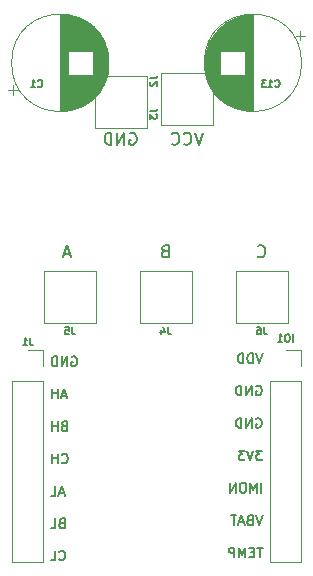
<source format=gbr>
%TF.GenerationSoftware,KiCad,Pcbnew,(5.1.9)-1*%
%TF.CreationDate,2021-11-17T21:41:55-08:00*%
%TF.ProjectId,MCL-102 Bridge,4d434c2d-3130-4322-9042-72696467652e,rev?*%
%TF.SameCoordinates,Original*%
%TF.FileFunction,Legend,Bot*%
%TF.FilePolarity,Positive*%
%FSLAX46Y46*%
G04 Gerber Fmt 4.6, Leading zero omitted, Abs format (unit mm)*
G04 Created by KiCad (PCBNEW (5.1.9)-1) date 2021-11-17 21:41:55*
%MOMM*%
%LPD*%
G01*
G04 APERTURE LIST*
%ADD10C,0.152400*%
%ADD11C,0.203200*%
%ADD12C,0.120000*%
%ADD13C,0.127000*%
G04 APERTURE END LIST*
D10*
X148667530Y-108927295D02*
X148396597Y-109740095D01*
X148125663Y-108927295D01*
X147854730Y-109740095D02*
X147854730Y-108927295D01*
X147661206Y-108927295D01*
X147545092Y-108966000D01*
X147467682Y-109043409D01*
X147428978Y-109120819D01*
X147390273Y-109275638D01*
X147390273Y-109391752D01*
X147428978Y-109546571D01*
X147467682Y-109623980D01*
X147545092Y-109701390D01*
X147661206Y-109740095D01*
X147854730Y-109740095D01*
X147041930Y-109740095D02*
X147041930Y-108927295D01*
X146848406Y-108927295D01*
X146732292Y-108966000D01*
X146654882Y-109043409D01*
X146616178Y-109120819D01*
X146577473Y-109275638D01*
X146577473Y-109391752D01*
X146616178Y-109546571D01*
X146654882Y-109623980D01*
X146732292Y-109701390D01*
X146848406Y-109740095D01*
X147041930Y-109740095D01*
X148125663Y-111709200D02*
X148203073Y-111670495D01*
X148319187Y-111670495D01*
X148435301Y-111709200D01*
X148512711Y-111786609D01*
X148551416Y-111864019D01*
X148590120Y-112018838D01*
X148590120Y-112134952D01*
X148551416Y-112289771D01*
X148512711Y-112367180D01*
X148435301Y-112444590D01*
X148319187Y-112483295D01*
X148241778Y-112483295D01*
X148125663Y-112444590D01*
X148086959Y-112405885D01*
X148086959Y-112134952D01*
X148241778Y-112134952D01*
X147738616Y-112483295D02*
X147738616Y-111670495D01*
X147274159Y-112483295D01*
X147274159Y-111670495D01*
X146887111Y-112483295D02*
X146887111Y-111670495D01*
X146693587Y-111670495D01*
X146577473Y-111709200D01*
X146500063Y-111786609D01*
X146461359Y-111864019D01*
X146422654Y-112018838D01*
X146422654Y-112134952D01*
X146461359Y-112289771D01*
X146500063Y-112367180D01*
X146577473Y-112444590D01*
X146693587Y-112483295D01*
X146887111Y-112483295D01*
X148125663Y-114452400D02*
X148203073Y-114413695D01*
X148319187Y-114413695D01*
X148435301Y-114452400D01*
X148512711Y-114529809D01*
X148551416Y-114607219D01*
X148590120Y-114762038D01*
X148590120Y-114878152D01*
X148551416Y-115032971D01*
X148512711Y-115110380D01*
X148435301Y-115187790D01*
X148319187Y-115226495D01*
X148241778Y-115226495D01*
X148125663Y-115187790D01*
X148086959Y-115149085D01*
X148086959Y-114878152D01*
X148241778Y-114878152D01*
X147738616Y-115226495D02*
X147738616Y-114413695D01*
X147274159Y-115226495D01*
X147274159Y-114413695D01*
X146887111Y-115226495D02*
X146887111Y-114413695D01*
X146693587Y-114413695D01*
X146577473Y-114452400D01*
X146500063Y-114529809D01*
X146461359Y-114607219D01*
X146422654Y-114762038D01*
X146422654Y-114878152D01*
X146461359Y-115032971D01*
X146500063Y-115110380D01*
X146577473Y-115187790D01*
X146693587Y-115226495D01*
X146887111Y-115226495D01*
X148628825Y-117156895D02*
X148125663Y-117156895D01*
X148396597Y-117466533D01*
X148280482Y-117466533D01*
X148203073Y-117505238D01*
X148164368Y-117543942D01*
X148125663Y-117621352D01*
X148125663Y-117814876D01*
X148164368Y-117892285D01*
X148203073Y-117930990D01*
X148280482Y-117969695D01*
X148512711Y-117969695D01*
X148590120Y-117930990D01*
X148628825Y-117892285D01*
X147893435Y-117156895D02*
X147622501Y-117969695D01*
X147351568Y-117156895D01*
X147158044Y-117156895D02*
X146654882Y-117156895D01*
X146925816Y-117466533D01*
X146809701Y-117466533D01*
X146732292Y-117505238D01*
X146693587Y-117543942D01*
X146654882Y-117621352D01*
X146654882Y-117814876D01*
X146693587Y-117892285D01*
X146732292Y-117930990D01*
X146809701Y-117969695D01*
X147041930Y-117969695D01*
X147119340Y-117930990D01*
X147158044Y-117892285D01*
X148551416Y-120712895D02*
X148551416Y-119900095D01*
X148164368Y-120712895D02*
X148164368Y-119900095D01*
X147893435Y-120480666D01*
X147622501Y-119900095D01*
X147622501Y-120712895D01*
X147080635Y-119900095D02*
X146925816Y-119900095D01*
X146848406Y-119938800D01*
X146770997Y-120016209D01*
X146732292Y-120171028D01*
X146732292Y-120441961D01*
X146770997Y-120596780D01*
X146848406Y-120674190D01*
X146925816Y-120712895D01*
X147080635Y-120712895D01*
X147158044Y-120674190D01*
X147235454Y-120596780D01*
X147274159Y-120441961D01*
X147274159Y-120171028D01*
X147235454Y-120016209D01*
X147158044Y-119938800D01*
X147080635Y-119900095D01*
X146383949Y-120712895D02*
X146383949Y-119900095D01*
X145919492Y-120712895D01*
X145919492Y-119900095D01*
X148667530Y-122643295D02*
X148396597Y-123456095D01*
X148125663Y-122643295D01*
X147583797Y-123030342D02*
X147467682Y-123069047D01*
X147428978Y-123107752D01*
X147390273Y-123185161D01*
X147390273Y-123301276D01*
X147428978Y-123378685D01*
X147467682Y-123417390D01*
X147545092Y-123456095D01*
X147854730Y-123456095D01*
X147854730Y-122643295D01*
X147583797Y-122643295D01*
X147506387Y-122682000D01*
X147467682Y-122720704D01*
X147428978Y-122798114D01*
X147428978Y-122875523D01*
X147467682Y-122952933D01*
X147506387Y-122991638D01*
X147583797Y-123030342D01*
X147854730Y-123030342D01*
X147080635Y-123223866D02*
X146693587Y-123223866D01*
X147158044Y-123456095D02*
X146887111Y-122643295D01*
X146616178Y-123456095D01*
X146461359Y-122643295D02*
X145996901Y-122643295D01*
X146229130Y-123456095D02*
X146229130Y-122643295D01*
X148667530Y-125386495D02*
X148203073Y-125386495D01*
X148435301Y-126199295D02*
X148435301Y-125386495D01*
X147932140Y-125773542D02*
X147661206Y-125773542D01*
X147545092Y-126199295D02*
X147932140Y-126199295D01*
X147932140Y-125386495D01*
X147545092Y-125386495D01*
X147196749Y-126199295D02*
X147196749Y-125386495D01*
X146925816Y-125967066D01*
X146654882Y-125386495D01*
X146654882Y-126199295D01*
X146267835Y-126199295D02*
X146267835Y-125386495D01*
X145958197Y-125386495D01*
X145880787Y-125425200D01*
X145842082Y-125463904D01*
X145803378Y-125541314D01*
X145803378Y-125657428D01*
X145842082Y-125734838D01*
X145880787Y-125773542D01*
X145958197Y-125812247D01*
X146267835Y-125812247D01*
X132512888Y-109220000D02*
X132590298Y-109181295D01*
X132706412Y-109181295D01*
X132822526Y-109220000D01*
X132899936Y-109297409D01*
X132938640Y-109374819D01*
X132977345Y-109529638D01*
X132977345Y-109645752D01*
X132938640Y-109800571D01*
X132899936Y-109877980D01*
X132822526Y-109955390D01*
X132706412Y-109994095D01*
X132629002Y-109994095D01*
X132512888Y-109955390D01*
X132474183Y-109916685D01*
X132474183Y-109645752D01*
X132629002Y-109645752D01*
X132125840Y-109994095D02*
X132125840Y-109181295D01*
X131661383Y-109994095D01*
X131661383Y-109181295D01*
X131274336Y-109994095D02*
X131274336Y-109181295D01*
X131080812Y-109181295D01*
X130964698Y-109220000D01*
X130887288Y-109297409D01*
X130848583Y-109374819D01*
X130809879Y-109529638D01*
X130809879Y-109645752D01*
X130848583Y-109800571D01*
X130887288Y-109877980D01*
X130964698Y-109955390D01*
X131080812Y-109994095D01*
X131274336Y-109994095D01*
X132048431Y-112505066D02*
X131661383Y-112505066D01*
X132125840Y-112737295D02*
X131854907Y-111924495D01*
X131583974Y-112737295D01*
X131313040Y-112737295D02*
X131313040Y-111924495D01*
X131313040Y-112311542D02*
X130848583Y-112311542D01*
X130848583Y-112737295D02*
X130848583Y-111924495D01*
X131854907Y-115054742D02*
X131738793Y-115093447D01*
X131700088Y-115132152D01*
X131661383Y-115209561D01*
X131661383Y-115325676D01*
X131700088Y-115403085D01*
X131738793Y-115441790D01*
X131816202Y-115480495D01*
X132125840Y-115480495D01*
X132125840Y-114667695D01*
X131854907Y-114667695D01*
X131777498Y-114706400D01*
X131738793Y-114745104D01*
X131700088Y-114822514D01*
X131700088Y-114899923D01*
X131738793Y-114977333D01*
X131777498Y-115016038D01*
X131854907Y-115054742D01*
X132125840Y-115054742D01*
X131313040Y-115480495D02*
X131313040Y-114667695D01*
X131313040Y-115054742D02*
X130848583Y-115054742D01*
X130848583Y-115480495D02*
X130848583Y-114667695D01*
X131661383Y-118146285D02*
X131700088Y-118184990D01*
X131816202Y-118223695D01*
X131893612Y-118223695D01*
X132009726Y-118184990D01*
X132087136Y-118107580D01*
X132125840Y-118030171D01*
X132164545Y-117875352D01*
X132164545Y-117759238D01*
X132125840Y-117604419D01*
X132087136Y-117527009D01*
X132009726Y-117449600D01*
X131893612Y-117410895D01*
X131816202Y-117410895D01*
X131700088Y-117449600D01*
X131661383Y-117488304D01*
X131313040Y-118223695D02*
X131313040Y-117410895D01*
X131313040Y-117797942D02*
X130848583Y-117797942D01*
X130848583Y-118223695D02*
X130848583Y-117410895D01*
X131854907Y-120734666D02*
X131467860Y-120734666D01*
X131932317Y-120966895D02*
X131661383Y-120154095D01*
X131390450Y-120966895D01*
X130732469Y-120966895D02*
X131119517Y-120966895D01*
X131119517Y-120154095D01*
X131661383Y-123284342D02*
X131545269Y-123323047D01*
X131506564Y-123361752D01*
X131467860Y-123439161D01*
X131467860Y-123555276D01*
X131506564Y-123632685D01*
X131545269Y-123671390D01*
X131622679Y-123710095D01*
X131932317Y-123710095D01*
X131932317Y-122897295D01*
X131661383Y-122897295D01*
X131583974Y-122936000D01*
X131545269Y-122974704D01*
X131506564Y-123052114D01*
X131506564Y-123129523D01*
X131545269Y-123206933D01*
X131583974Y-123245638D01*
X131661383Y-123284342D01*
X131932317Y-123284342D01*
X130732469Y-123710095D02*
X131119517Y-123710095D01*
X131119517Y-122897295D01*
X131467860Y-126375885D02*
X131506564Y-126414590D01*
X131622679Y-126453295D01*
X131700088Y-126453295D01*
X131816202Y-126414590D01*
X131893612Y-126337180D01*
X131932317Y-126259771D01*
X131971021Y-126104952D01*
X131971021Y-125988838D01*
X131932317Y-125834019D01*
X131893612Y-125756609D01*
X131816202Y-125679200D01*
X131700088Y-125640495D01*
X131622679Y-125640495D01*
X131506564Y-125679200D01*
X131467860Y-125717904D01*
X130732469Y-126453295D02*
X131119517Y-126453295D01*
X131119517Y-125640495D01*
D11*
X143594666Y-90248619D02*
X143256000Y-91264619D01*
X142917333Y-90248619D01*
X141998095Y-91167857D02*
X142046476Y-91216238D01*
X142191619Y-91264619D01*
X142288380Y-91264619D01*
X142433523Y-91216238D01*
X142530285Y-91119476D01*
X142578666Y-91022714D01*
X142627047Y-90829190D01*
X142627047Y-90684047D01*
X142578666Y-90490523D01*
X142530285Y-90393761D01*
X142433523Y-90297000D01*
X142288380Y-90248619D01*
X142191619Y-90248619D01*
X142046476Y-90297000D01*
X141998095Y-90345380D01*
X140982095Y-91167857D02*
X141030476Y-91216238D01*
X141175619Y-91264619D01*
X141272380Y-91264619D01*
X141417523Y-91216238D01*
X141514285Y-91119476D01*
X141562666Y-91022714D01*
X141611047Y-90829190D01*
X141611047Y-90684047D01*
X141562666Y-90490523D01*
X141514285Y-90393761D01*
X141417523Y-90297000D01*
X141272380Y-90248619D01*
X141175619Y-90248619D01*
X141030476Y-90297000D01*
X140982095Y-90345380D01*
X137426095Y-90297000D02*
X137522857Y-90248619D01*
X137668000Y-90248619D01*
X137813142Y-90297000D01*
X137909904Y-90393761D01*
X137958285Y-90490523D01*
X138006666Y-90684047D01*
X138006666Y-90829190D01*
X137958285Y-91022714D01*
X137909904Y-91119476D01*
X137813142Y-91216238D01*
X137668000Y-91264619D01*
X137571238Y-91264619D01*
X137426095Y-91216238D01*
X137377714Y-91167857D01*
X137377714Y-90829190D01*
X137571238Y-90829190D01*
X136942285Y-91264619D02*
X136942285Y-90248619D01*
X136361714Y-91264619D01*
X136361714Y-90248619D01*
X135877904Y-91264619D02*
X135877904Y-90248619D01*
X135636000Y-90248619D01*
X135490857Y-90297000D01*
X135394095Y-90393761D01*
X135345714Y-90490523D01*
X135297333Y-90684047D01*
X135297333Y-90829190D01*
X135345714Y-91022714D01*
X135394095Y-91119476D01*
X135490857Y-91216238D01*
X135636000Y-91264619D01*
X135877904Y-91264619D01*
X148275523Y-100692857D02*
X148323904Y-100741238D01*
X148469047Y-100789619D01*
X148565809Y-100789619D01*
X148710952Y-100741238D01*
X148807714Y-100644476D01*
X148856095Y-100547714D01*
X148904476Y-100354190D01*
X148904476Y-100209047D01*
X148856095Y-100015523D01*
X148807714Y-99918761D01*
X148710952Y-99822000D01*
X148565809Y-99773619D01*
X148469047Y-99773619D01*
X148323904Y-99822000D01*
X148275523Y-99870380D01*
X140389428Y-100257428D02*
X140244285Y-100305809D01*
X140195904Y-100354190D01*
X140147523Y-100450952D01*
X140147523Y-100596095D01*
X140195904Y-100692857D01*
X140244285Y-100741238D01*
X140341047Y-100789619D01*
X140728095Y-100789619D01*
X140728095Y-99773619D01*
X140389428Y-99773619D01*
X140292666Y-99822000D01*
X140244285Y-99870380D01*
X140195904Y-99967142D01*
X140195904Y-100063904D01*
X140244285Y-100160666D01*
X140292666Y-100209047D01*
X140389428Y-100257428D01*
X140728095Y-100257428D01*
X132321904Y-100499333D02*
X131838095Y-100499333D01*
X132418666Y-100789619D02*
X132080000Y-99773619D01*
X131741333Y-100789619D01*
D12*
%TO.C,C13*%
X151976000Y-84328000D02*
G75*
G03*
X151976000Y-84328000I-4120000J0D01*
G01*
X147856000Y-80248000D02*
X147856000Y-88408000D01*
X147816000Y-80248000D02*
X147816000Y-88408000D01*
X147776000Y-80248000D02*
X147776000Y-88408000D01*
X147736000Y-80249000D02*
X147736000Y-88407000D01*
X147696000Y-80251000D02*
X147696000Y-88405000D01*
X147656000Y-80252000D02*
X147656000Y-88404000D01*
X147616000Y-80254000D02*
X147616000Y-88402000D01*
X147576000Y-80257000D02*
X147576000Y-88399000D01*
X147536000Y-80260000D02*
X147536000Y-88396000D01*
X147496000Y-80263000D02*
X147496000Y-88393000D01*
X147456000Y-80267000D02*
X147456000Y-88389000D01*
X147416000Y-80271000D02*
X147416000Y-88385000D01*
X147376000Y-80276000D02*
X147376000Y-88380000D01*
X147336000Y-80280000D02*
X147336000Y-88376000D01*
X147296000Y-80286000D02*
X147296000Y-88370000D01*
X147256000Y-80291000D02*
X147256000Y-88365000D01*
X147216000Y-80298000D02*
X147216000Y-88358000D01*
X147176000Y-80304000D02*
X147176000Y-88352000D01*
X147135000Y-80311000D02*
X147135000Y-83288000D01*
X147135000Y-85368000D02*
X147135000Y-88345000D01*
X147095000Y-80318000D02*
X147095000Y-83288000D01*
X147095000Y-85368000D02*
X147095000Y-88338000D01*
X147055000Y-80326000D02*
X147055000Y-83288000D01*
X147055000Y-85368000D02*
X147055000Y-88330000D01*
X147015000Y-80334000D02*
X147015000Y-83288000D01*
X147015000Y-85368000D02*
X147015000Y-88322000D01*
X146975000Y-80343000D02*
X146975000Y-83288000D01*
X146975000Y-85368000D02*
X146975000Y-88313000D01*
X146935000Y-80352000D02*
X146935000Y-83288000D01*
X146935000Y-85368000D02*
X146935000Y-88304000D01*
X146895000Y-80361000D02*
X146895000Y-83288000D01*
X146895000Y-85368000D02*
X146895000Y-88295000D01*
X146855000Y-80371000D02*
X146855000Y-83288000D01*
X146855000Y-85368000D02*
X146855000Y-88285000D01*
X146815000Y-80381000D02*
X146815000Y-83288000D01*
X146815000Y-85368000D02*
X146815000Y-88275000D01*
X146775000Y-80392000D02*
X146775000Y-83288000D01*
X146775000Y-85368000D02*
X146775000Y-88264000D01*
X146735000Y-80403000D02*
X146735000Y-83288000D01*
X146735000Y-85368000D02*
X146735000Y-88253000D01*
X146695000Y-80414000D02*
X146695000Y-83288000D01*
X146695000Y-85368000D02*
X146695000Y-88242000D01*
X146655000Y-80426000D02*
X146655000Y-83288000D01*
X146655000Y-85368000D02*
X146655000Y-88230000D01*
X146615000Y-80439000D02*
X146615000Y-83288000D01*
X146615000Y-85368000D02*
X146615000Y-88217000D01*
X146575000Y-80451000D02*
X146575000Y-83288000D01*
X146575000Y-85368000D02*
X146575000Y-88205000D01*
X146535000Y-80465000D02*
X146535000Y-83288000D01*
X146535000Y-85368000D02*
X146535000Y-88191000D01*
X146495000Y-80478000D02*
X146495000Y-83288000D01*
X146495000Y-85368000D02*
X146495000Y-88178000D01*
X146455000Y-80493000D02*
X146455000Y-83288000D01*
X146455000Y-85368000D02*
X146455000Y-88163000D01*
X146415000Y-80507000D02*
X146415000Y-83288000D01*
X146415000Y-85368000D02*
X146415000Y-88149000D01*
X146375000Y-80523000D02*
X146375000Y-83288000D01*
X146375000Y-85368000D02*
X146375000Y-88133000D01*
X146335000Y-80538000D02*
X146335000Y-83288000D01*
X146335000Y-85368000D02*
X146335000Y-88118000D01*
X146295000Y-80554000D02*
X146295000Y-83288000D01*
X146295000Y-85368000D02*
X146295000Y-88102000D01*
X146255000Y-80571000D02*
X146255000Y-83288000D01*
X146255000Y-85368000D02*
X146255000Y-88085000D01*
X146215000Y-80588000D02*
X146215000Y-83288000D01*
X146215000Y-85368000D02*
X146215000Y-88068000D01*
X146175000Y-80606000D02*
X146175000Y-83288000D01*
X146175000Y-85368000D02*
X146175000Y-88050000D01*
X146135000Y-80624000D02*
X146135000Y-83288000D01*
X146135000Y-85368000D02*
X146135000Y-88032000D01*
X146095000Y-80642000D02*
X146095000Y-83288000D01*
X146095000Y-85368000D02*
X146095000Y-88014000D01*
X146055000Y-80662000D02*
X146055000Y-83288000D01*
X146055000Y-85368000D02*
X146055000Y-87994000D01*
X146015000Y-80681000D02*
X146015000Y-83288000D01*
X146015000Y-85368000D02*
X146015000Y-87975000D01*
X145975000Y-80701000D02*
X145975000Y-83288000D01*
X145975000Y-85368000D02*
X145975000Y-87955000D01*
X145935000Y-80722000D02*
X145935000Y-83288000D01*
X145935000Y-85368000D02*
X145935000Y-87934000D01*
X145895000Y-80744000D02*
X145895000Y-83288000D01*
X145895000Y-85368000D02*
X145895000Y-87912000D01*
X145855000Y-80766000D02*
X145855000Y-83288000D01*
X145855000Y-85368000D02*
X145855000Y-87890000D01*
X145815000Y-80788000D02*
X145815000Y-83288000D01*
X145815000Y-85368000D02*
X145815000Y-87868000D01*
X145775000Y-80811000D02*
X145775000Y-83288000D01*
X145775000Y-85368000D02*
X145775000Y-87845000D01*
X145735000Y-80835000D02*
X145735000Y-83288000D01*
X145735000Y-85368000D02*
X145735000Y-87821000D01*
X145695000Y-80859000D02*
X145695000Y-83288000D01*
X145695000Y-85368000D02*
X145695000Y-87797000D01*
X145655000Y-80884000D02*
X145655000Y-83288000D01*
X145655000Y-85368000D02*
X145655000Y-87772000D01*
X145615000Y-80910000D02*
X145615000Y-83288000D01*
X145615000Y-85368000D02*
X145615000Y-87746000D01*
X145575000Y-80936000D02*
X145575000Y-83288000D01*
X145575000Y-85368000D02*
X145575000Y-87720000D01*
X145535000Y-80963000D02*
X145535000Y-83288000D01*
X145535000Y-85368000D02*
X145535000Y-87693000D01*
X145495000Y-80990000D02*
X145495000Y-83288000D01*
X145495000Y-85368000D02*
X145495000Y-87666000D01*
X145455000Y-81019000D02*
X145455000Y-83288000D01*
X145455000Y-85368000D02*
X145455000Y-87637000D01*
X145415000Y-81048000D02*
X145415000Y-83288000D01*
X145415000Y-85368000D02*
X145415000Y-87608000D01*
X145375000Y-81078000D02*
X145375000Y-83288000D01*
X145375000Y-85368000D02*
X145375000Y-87578000D01*
X145335000Y-81108000D02*
X145335000Y-83288000D01*
X145335000Y-85368000D02*
X145335000Y-87548000D01*
X145295000Y-81139000D02*
X145295000Y-83288000D01*
X145295000Y-85368000D02*
X145295000Y-87517000D01*
X145255000Y-81172000D02*
X145255000Y-83288000D01*
X145255000Y-85368000D02*
X145255000Y-87484000D01*
X145215000Y-81204000D02*
X145215000Y-83288000D01*
X145215000Y-85368000D02*
X145215000Y-87452000D01*
X145175000Y-81238000D02*
X145175000Y-83288000D01*
X145175000Y-85368000D02*
X145175000Y-87418000D01*
X145135000Y-81273000D02*
X145135000Y-83288000D01*
X145135000Y-85368000D02*
X145135000Y-87383000D01*
X145095000Y-81309000D02*
X145095000Y-83288000D01*
X145095000Y-85368000D02*
X145095000Y-87347000D01*
X145055000Y-81345000D02*
X145055000Y-87311000D01*
X145015000Y-81383000D02*
X145015000Y-87273000D01*
X144975000Y-81421000D02*
X144975000Y-87235000D01*
X144935000Y-81461000D02*
X144935000Y-87195000D01*
X144895000Y-81502000D02*
X144895000Y-87154000D01*
X144855000Y-81544000D02*
X144855000Y-87112000D01*
X144815000Y-81587000D02*
X144815000Y-87069000D01*
X144775000Y-81631000D02*
X144775000Y-87025000D01*
X144735000Y-81677000D02*
X144735000Y-86979000D01*
X144695000Y-81724000D02*
X144695000Y-86932000D01*
X144655000Y-81772000D02*
X144655000Y-86884000D01*
X144615000Y-81823000D02*
X144615000Y-86833000D01*
X144575000Y-81874000D02*
X144575000Y-86782000D01*
X144535000Y-81928000D02*
X144535000Y-86728000D01*
X144495000Y-81983000D02*
X144495000Y-86673000D01*
X144455000Y-82041000D02*
X144455000Y-86615000D01*
X144415000Y-82100000D02*
X144415000Y-86556000D01*
X144375000Y-82162000D02*
X144375000Y-86494000D01*
X144335000Y-82226000D02*
X144335000Y-86430000D01*
X144295000Y-82294000D02*
X144295000Y-86362000D01*
X144255000Y-82364000D02*
X144255000Y-86292000D01*
X144215000Y-82438000D02*
X144215000Y-86218000D01*
X144175000Y-82515000D02*
X144175000Y-86141000D01*
X144135000Y-82597000D02*
X144135000Y-86059000D01*
X144095000Y-82683000D02*
X144095000Y-85973000D01*
X144055000Y-82776000D02*
X144055000Y-85880000D01*
X144015000Y-82875000D02*
X144015000Y-85781000D01*
X143975000Y-82982000D02*
X143975000Y-85674000D01*
X143935000Y-83099000D02*
X143935000Y-85557000D01*
X143895000Y-83230000D02*
X143895000Y-85426000D01*
X143855000Y-83380000D02*
X143855000Y-85276000D01*
X143815000Y-83560000D02*
X143815000Y-85096000D01*
X143775000Y-83795000D02*
X143775000Y-84861000D01*
X152265698Y-82013000D02*
X151465698Y-82013000D01*
X151865698Y-81613000D02*
X151865698Y-82413000D01*
%TO.C,C1*%
X135664000Y-84328000D02*
G75*
G03*
X135664000Y-84328000I-4120000J0D01*
G01*
X131544000Y-88408000D02*
X131544000Y-80248000D01*
X131584000Y-88408000D02*
X131584000Y-80248000D01*
X131624000Y-88408000D02*
X131624000Y-80248000D01*
X131664000Y-88407000D02*
X131664000Y-80249000D01*
X131704000Y-88405000D02*
X131704000Y-80251000D01*
X131744000Y-88404000D02*
X131744000Y-80252000D01*
X131784000Y-88402000D02*
X131784000Y-80254000D01*
X131824000Y-88399000D02*
X131824000Y-80257000D01*
X131864000Y-88396000D02*
X131864000Y-80260000D01*
X131904000Y-88393000D02*
X131904000Y-80263000D01*
X131944000Y-88389000D02*
X131944000Y-80267000D01*
X131984000Y-88385000D02*
X131984000Y-80271000D01*
X132024000Y-88380000D02*
X132024000Y-80276000D01*
X132064000Y-88376000D02*
X132064000Y-80280000D01*
X132104000Y-88370000D02*
X132104000Y-80286000D01*
X132144000Y-88365000D02*
X132144000Y-80291000D01*
X132184000Y-88358000D02*
X132184000Y-80298000D01*
X132224000Y-88352000D02*
X132224000Y-80304000D01*
X132265000Y-88345000D02*
X132265000Y-85368000D01*
X132265000Y-83288000D02*
X132265000Y-80311000D01*
X132305000Y-88338000D02*
X132305000Y-85368000D01*
X132305000Y-83288000D02*
X132305000Y-80318000D01*
X132345000Y-88330000D02*
X132345000Y-85368000D01*
X132345000Y-83288000D02*
X132345000Y-80326000D01*
X132385000Y-88322000D02*
X132385000Y-85368000D01*
X132385000Y-83288000D02*
X132385000Y-80334000D01*
X132425000Y-88313000D02*
X132425000Y-85368000D01*
X132425000Y-83288000D02*
X132425000Y-80343000D01*
X132465000Y-88304000D02*
X132465000Y-85368000D01*
X132465000Y-83288000D02*
X132465000Y-80352000D01*
X132505000Y-88295000D02*
X132505000Y-85368000D01*
X132505000Y-83288000D02*
X132505000Y-80361000D01*
X132545000Y-88285000D02*
X132545000Y-85368000D01*
X132545000Y-83288000D02*
X132545000Y-80371000D01*
X132585000Y-88275000D02*
X132585000Y-85368000D01*
X132585000Y-83288000D02*
X132585000Y-80381000D01*
X132625000Y-88264000D02*
X132625000Y-85368000D01*
X132625000Y-83288000D02*
X132625000Y-80392000D01*
X132665000Y-88253000D02*
X132665000Y-85368000D01*
X132665000Y-83288000D02*
X132665000Y-80403000D01*
X132705000Y-88242000D02*
X132705000Y-85368000D01*
X132705000Y-83288000D02*
X132705000Y-80414000D01*
X132745000Y-88230000D02*
X132745000Y-85368000D01*
X132745000Y-83288000D02*
X132745000Y-80426000D01*
X132785000Y-88217000D02*
X132785000Y-85368000D01*
X132785000Y-83288000D02*
X132785000Y-80439000D01*
X132825000Y-88205000D02*
X132825000Y-85368000D01*
X132825000Y-83288000D02*
X132825000Y-80451000D01*
X132865000Y-88191000D02*
X132865000Y-85368000D01*
X132865000Y-83288000D02*
X132865000Y-80465000D01*
X132905000Y-88178000D02*
X132905000Y-85368000D01*
X132905000Y-83288000D02*
X132905000Y-80478000D01*
X132945000Y-88163000D02*
X132945000Y-85368000D01*
X132945000Y-83288000D02*
X132945000Y-80493000D01*
X132985000Y-88149000D02*
X132985000Y-85368000D01*
X132985000Y-83288000D02*
X132985000Y-80507000D01*
X133025000Y-88133000D02*
X133025000Y-85368000D01*
X133025000Y-83288000D02*
X133025000Y-80523000D01*
X133065000Y-88118000D02*
X133065000Y-85368000D01*
X133065000Y-83288000D02*
X133065000Y-80538000D01*
X133105000Y-88102000D02*
X133105000Y-85368000D01*
X133105000Y-83288000D02*
X133105000Y-80554000D01*
X133145000Y-88085000D02*
X133145000Y-85368000D01*
X133145000Y-83288000D02*
X133145000Y-80571000D01*
X133185000Y-88068000D02*
X133185000Y-85368000D01*
X133185000Y-83288000D02*
X133185000Y-80588000D01*
X133225000Y-88050000D02*
X133225000Y-85368000D01*
X133225000Y-83288000D02*
X133225000Y-80606000D01*
X133265000Y-88032000D02*
X133265000Y-85368000D01*
X133265000Y-83288000D02*
X133265000Y-80624000D01*
X133305000Y-88014000D02*
X133305000Y-85368000D01*
X133305000Y-83288000D02*
X133305000Y-80642000D01*
X133345000Y-87994000D02*
X133345000Y-85368000D01*
X133345000Y-83288000D02*
X133345000Y-80662000D01*
X133385000Y-87975000D02*
X133385000Y-85368000D01*
X133385000Y-83288000D02*
X133385000Y-80681000D01*
X133425000Y-87955000D02*
X133425000Y-85368000D01*
X133425000Y-83288000D02*
X133425000Y-80701000D01*
X133465000Y-87934000D02*
X133465000Y-85368000D01*
X133465000Y-83288000D02*
X133465000Y-80722000D01*
X133505000Y-87912000D02*
X133505000Y-85368000D01*
X133505000Y-83288000D02*
X133505000Y-80744000D01*
X133545000Y-87890000D02*
X133545000Y-85368000D01*
X133545000Y-83288000D02*
X133545000Y-80766000D01*
X133585000Y-87868000D02*
X133585000Y-85368000D01*
X133585000Y-83288000D02*
X133585000Y-80788000D01*
X133625000Y-87845000D02*
X133625000Y-85368000D01*
X133625000Y-83288000D02*
X133625000Y-80811000D01*
X133665000Y-87821000D02*
X133665000Y-85368000D01*
X133665000Y-83288000D02*
X133665000Y-80835000D01*
X133705000Y-87797000D02*
X133705000Y-85368000D01*
X133705000Y-83288000D02*
X133705000Y-80859000D01*
X133745000Y-87772000D02*
X133745000Y-85368000D01*
X133745000Y-83288000D02*
X133745000Y-80884000D01*
X133785000Y-87746000D02*
X133785000Y-85368000D01*
X133785000Y-83288000D02*
X133785000Y-80910000D01*
X133825000Y-87720000D02*
X133825000Y-85368000D01*
X133825000Y-83288000D02*
X133825000Y-80936000D01*
X133865000Y-87693000D02*
X133865000Y-85368000D01*
X133865000Y-83288000D02*
X133865000Y-80963000D01*
X133905000Y-87666000D02*
X133905000Y-85368000D01*
X133905000Y-83288000D02*
X133905000Y-80990000D01*
X133945000Y-87637000D02*
X133945000Y-85368000D01*
X133945000Y-83288000D02*
X133945000Y-81019000D01*
X133985000Y-87608000D02*
X133985000Y-85368000D01*
X133985000Y-83288000D02*
X133985000Y-81048000D01*
X134025000Y-87578000D02*
X134025000Y-85368000D01*
X134025000Y-83288000D02*
X134025000Y-81078000D01*
X134065000Y-87548000D02*
X134065000Y-85368000D01*
X134065000Y-83288000D02*
X134065000Y-81108000D01*
X134105000Y-87517000D02*
X134105000Y-85368000D01*
X134105000Y-83288000D02*
X134105000Y-81139000D01*
X134145000Y-87484000D02*
X134145000Y-85368000D01*
X134145000Y-83288000D02*
X134145000Y-81172000D01*
X134185000Y-87452000D02*
X134185000Y-85368000D01*
X134185000Y-83288000D02*
X134185000Y-81204000D01*
X134225000Y-87418000D02*
X134225000Y-85368000D01*
X134225000Y-83288000D02*
X134225000Y-81238000D01*
X134265000Y-87383000D02*
X134265000Y-85368000D01*
X134265000Y-83288000D02*
X134265000Y-81273000D01*
X134305000Y-87347000D02*
X134305000Y-85368000D01*
X134305000Y-83288000D02*
X134305000Y-81309000D01*
X134345000Y-87311000D02*
X134345000Y-81345000D01*
X134385000Y-87273000D02*
X134385000Y-81383000D01*
X134425000Y-87235000D02*
X134425000Y-81421000D01*
X134465000Y-87195000D02*
X134465000Y-81461000D01*
X134505000Y-87154000D02*
X134505000Y-81502000D01*
X134545000Y-87112000D02*
X134545000Y-81544000D01*
X134585000Y-87069000D02*
X134585000Y-81587000D01*
X134625000Y-87025000D02*
X134625000Y-81631000D01*
X134665000Y-86979000D02*
X134665000Y-81677000D01*
X134705000Y-86932000D02*
X134705000Y-81724000D01*
X134745000Y-86884000D02*
X134745000Y-81772000D01*
X134785000Y-86833000D02*
X134785000Y-81823000D01*
X134825000Y-86782000D02*
X134825000Y-81874000D01*
X134865000Y-86728000D02*
X134865000Y-81928000D01*
X134905000Y-86673000D02*
X134905000Y-81983000D01*
X134945000Y-86615000D02*
X134945000Y-82041000D01*
X134985000Y-86556000D02*
X134985000Y-82100000D01*
X135025000Y-86494000D02*
X135025000Y-82162000D01*
X135065000Y-86430000D02*
X135065000Y-82226000D01*
X135105000Y-86362000D02*
X135105000Y-82294000D01*
X135145000Y-86292000D02*
X135145000Y-82364000D01*
X135185000Y-86218000D02*
X135185000Y-82438000D01*
X135225000Y-86141000D02*
X135225000Y-82515000D01*
X135265000Y-86059000D02*
X135265000Y-82597000D01*
X135305000Y-85973000D02*
X135305000Y-82683000D01*
X135345000Y-85880000D02*
X135345000Y-82776000D01*
X135385000Y-85781000D02*
X135385000Y-82875000D01*
X135425000Y-85674000D02*
X135425000Y-82982000D01*
X135465000Y-85557000D02*
X135465000Y-83099000D01*
X135505000Y-85426000D02*
X135505000Y-83230000D01*
X135545000Y-85276000D02*
X135545000Y-83380000D01*
X135585000Y-85096000D02*
X135585000Y-83560000D01*
X135625000Y-84861000D02*
X135625000Y-83795000D01*
X127134302Y-86643000D02*
X127934302Y-86643000D01*
X127534302Y-87043000D02*
X127534302Y-86243000D01*
%TO.C,J1*%
X130108000Y-108652000D02*
X128778000Y-108652000D01*
X130108000Y-109982000D02*
X130108000Y-108652000D01*
X130108000Y-111252000D02*
X127448000Y-111252000D01*
X127448000Y-111252000D02*
X127448000Y-126552000D01*
X130108000Y-111252000D02*
X130108000Y-126552000D01*
X130108000Y-126552000D02*
X127448000Y-126552000D01*
%TO.C,IO1*%
X151952000Y-108652000D02*
X150622000Y-108652000D01*
X151952000Y-109982000D02*
X151952000Y-108652000D01*
X151952000Y-111252000D02*
X149292000Y-111252000D01*
X149292000Y-111252000D02*
X149292000Y-126552000D01*
X151952000Y-111252000D02*
X151952000Y-126552000D01*
X151952000Y-126552000D02*
X149292000Y-126552000D01*
%TO.C,J5*%
X130134000Y-101940000D02*
X130134000Y-106340000D01*
X134534000Y-101940000D02*
X130134000Y-101940000D01*
X134534000Y-106340000D02*
X134534000Y-101940000D01*
X130134000Y-106340000D02*
X134534000Y-106340000D01*
%TO.C,J3*%
X138852000Y-89830000D02*
X138852000Y-85430000D01*
X138852000Y-85430000D02*
X134452000Y-85430000D01*
X134452000Y-85430000D02*
X134452000Y-89830000D01*
X134452000Y-89830000D02*
X138852000Y-89830000D01*
%TO.C,J2*%
X144440000Y-89576000D02*
X144440000Y-85176000D01*
X144440000Y-85176000D02*
X140040000Y-85176000D01*
X140040000Y-85176000D02*
X140040000Y-89576000D01*
X140040000Y-89576000D02*
X144440000Y-89576000D01*
%TO.C,J4*%
X138262000Y-101940000D02*
X138262000Y-106340000D01*
X142662000Y-101940000D02*
X138262000Y-101940000D01*
X142662000Y-106340000D02*
X142662000Y-101940000D01*
X138262000Y-106340000D02*
X142662000Y-106340000D01*
%TO.C,J6*%
X146390000Y-101940000D02*
X146390000Y-106340000D01*
X150790000Y-101940000D02*
X146390000Y-101940000D01*
X150790000Y-106340000D02*
X150790000Y-101940000D01*
X146390000Y-106340000D02*
X150790000Y-106340000D01*
%TO.C,C13*%
D13*
X149743885Y-86323714D02*
X149772914Y-86352742D01*
X149860000Y-86381771D01*
X149918057Y-86381771D01*
X150005142Y-86352742D01*
X150063200Y-86294685D01*
X150092228Y-86236628D01*
X150121257Y-86120514D01*
X150121257Y-86033428D01*
X150092228Y-85917314D01*
X150063200Y-85859257D01*
X150005142Y-85801200D01*
X149918057Y-85772171D01*
X149860000Y-85772171D01*
X149772914Y-85801200D01*
X149743885Y-85830228D01*
X149163314Y-86381771D02*
X149511657Y-86381771D01*
X149337485Y-86381771D02*
X149337485Y-85772171D01*
X149395542Y-85859257D01*
X149453600Y-85917314D01*
X149511657Y-85946342D01*
X148960114Y-85772171D02*
X148582742Y-85772171D01*
X148785942Y-86004400D01*
X148698857Y-86004400D01*
X148640800Y-86033428D01*
X148611771Y-86062457D01*
X148582742Y-86120514D01*
X148582742Y-86265657D01*
X148611771Y-86323714D01*
X148640800Y-86352742D01*
X148698857Y-86381771D01*
X148873028Y-86381771D01*
X148931085Y-86352742D01*
X148960114Y-86323714D01*
%TO.C,C1*%
X129641600Y-86323714D02*
X129670628Y-86352742D01*
X129757714Y-86381771D01*
X129815771Y-86381771D01*
X129902857Y-86352742D01*
X129960914Y-86294685D01*
X129989942Y-86236628D01*
X130018971Y-86120514D01*
X130018971Y-86033428D01*
X129989942Y-85917314D01*
X129960914Y-85859257D01*
X129902857Y-85801200D01*
X129815771Y-85772171D01*
X129757714Y-85772171D01*
X129670628Y-85801200D01*
X129641600Y-85830228D01*
X129061028Y-86381771D02*
X129409371Y-86381771D01*
X129235200Y-86381771D02*
X129235200Y-85772171D01*
X129293257Y-85859257D01*
X129351314Y-85917314D01*
X129409371Y-85946342D01*
%TO.C,J1*%
X128981200Y-107616171D02*
X128981200Y-108051600D01*
X129010228Y-108138685D01*
X129068285Y-108196742D01*
X129155371Y-108225771D01*
X129213428Y-108225771D01*
X128371600Y-108225771D02*
X128719942Y-108225771D01*
X128545771Y-108225771D02*
X128545771Y-107616171D01*
X128603828Y-107703257D01*
X128661885Y-107761314D01*
X128719942Y-107790342D01*
%TO.C,IO1*%
X151231600Y-107927771D02*
X151231600Y-107318171D01*
X150825200Y-107318171D02*
X150709085Y-107318171D01*
X150651028Y-107347200D01*
X150592971Y-107405257D01*
X150563942Y-107521371D01*
X150563942Y-107724571D01*
X150592971Y-107840685D01*
X150651028Y-107898742D01*
X150709085Y-107927771D01*
X150825200Y-107927771D01*
X150883257Y-107898742D01*
X150941314Y-107840685D01*
X150970342Y-107724571D01*
X150970342Y-107521371D01*
X150941314Y-107405257D01*
X150883257Y-107347200D01*
X150825200Y-107318171D01*
X149983371Y-107927771D02*
X150331714Y-107927771D01*
X150157542Y-107927771D02*
X150157542Y-107318171D01*
X150215600Y-107405257D01*
X150273657Y-107463314D01*
X150331714Y-107492342D01*
%TO.C,J5*%
X132537200Y-106704171D02*
X132537200Y-107139600D01*
X132566228Y-107226685D01*
X132624285Y-107284742D01*
X132711371Y-107313771D01*
X132769428Y-107313771D01*
X131956628Y-106704171D02*
X132246914Y-106704171D01*
X132275942Y-106994457D01*
X132246914Y-106965428D01*
X132188857Y-106936400D01*
X132043714Y-106936400D01*
X131985657Y-106965428D01*
X131956628Y-106994457D01*
X131927600Y-107052514D01*
X131927600Y-107197657D01*
X131956628Y-107255714D01*
X131985657Y-107284742D01*
X132043714Y-107313771D01*
X132188857Y-107313771D01*
X132246914Y-107284742D01*
X132275942Y-107255714D01*
%TO.C,J3*%
X139112171Y-88442800D02*
X139547600Y-88442800D01*
X139634685Y-88413771D01*
X139692742Y-88355714D01*
X139721771Y-88268628D01*
X139721771Y-88210571D01*
X139112171Y-88675028D02*
X139112171Y-89052400D01*
X139344400Y-88849200D01*
X139344400Y-88936285D01*
X139373428Y-88994342D01*
X139402457Y-89023371D01*
X139460514Y-89052400D01*
X139605657Y-89052400D01*
X139663714Y-89023371D01*
X139692742Y-88994342D01*
X139721771Y-88936285D01*
X139721771Y-88762114D01*
X139692742Y-88704057D01*
X139663714Y-88675028D01*
%TO.C,J2*%
X139112171Y-85648800D02*
X139547600Y-85648800D01*
X139634685Y-85619771D01*
X139692742Y-85561714D01*
X139721771Y-85474628D01*
X139721771Y-85416571D01*
X139170228Y-85910057D02*
X139141200Y-85939085D01*
X139112171Y-85997142D01*
X139112171Y-86142285D01*
X139141200Y-86200342D01*
X139170228Y-86229371D01*
X139228285Y-86258400D01*
X139286342Y-86258400D01*
X139373428Y-86229371D01*
X139721771Y-85881028D01*
X139721771Y-86258400D01*
%TO.C,J4*%
X140665200Y-106704171D02*
X140665200Y-107139600D01*
X140694228Y-107226685D01*
X140752285Y-107284742D01*
X140839371Y-107313771D01*
X140897428Y-107313771D01*
X140113657Y-106907371D02*
X140113657Y-107313771D01*
X140258800Y-106675142D02*
X140403942Y-107110571D01*
X140026571Y-107110571D01*
%TO.C,J6*%
X148793200Y-106704171D02*
X148793200Y-107139600D01*
X148822228Y-107226685D01*
X148880285Y-107284742D01*
X148967371Y-107313771D01*
X149025428Y-107313771D01*
X148241657Y-106704171D02*
X148357771Y-106704171D01*
X148415828Y-106733200D01*
X148444857Y-106762228D01*
X148502914Y-106849314D01*
X148531942Y-106965428D01*
X148531942Y-107197657D01*
X148502914Y-107255714D01*
X148473885Y-107284742D01*
X148415828Y-107313771D01*
X148299714Y-107313771D01*
X148241657Y-107284742D01*
X148212628Y-107255714D01*
X148183600Y-107197657D01*
X148183600Y-107052514D01*
X148212628Y-106994457D01*
X148241657Y-106965428D01*
X148299714Y-106936400D01*
X148415828Y-106936400D01*
X148473885Y-106965428D01*
X148502914Y-106994457D01*
X148531942Y-107052514D01*
%TD*%
M02*

</source>
